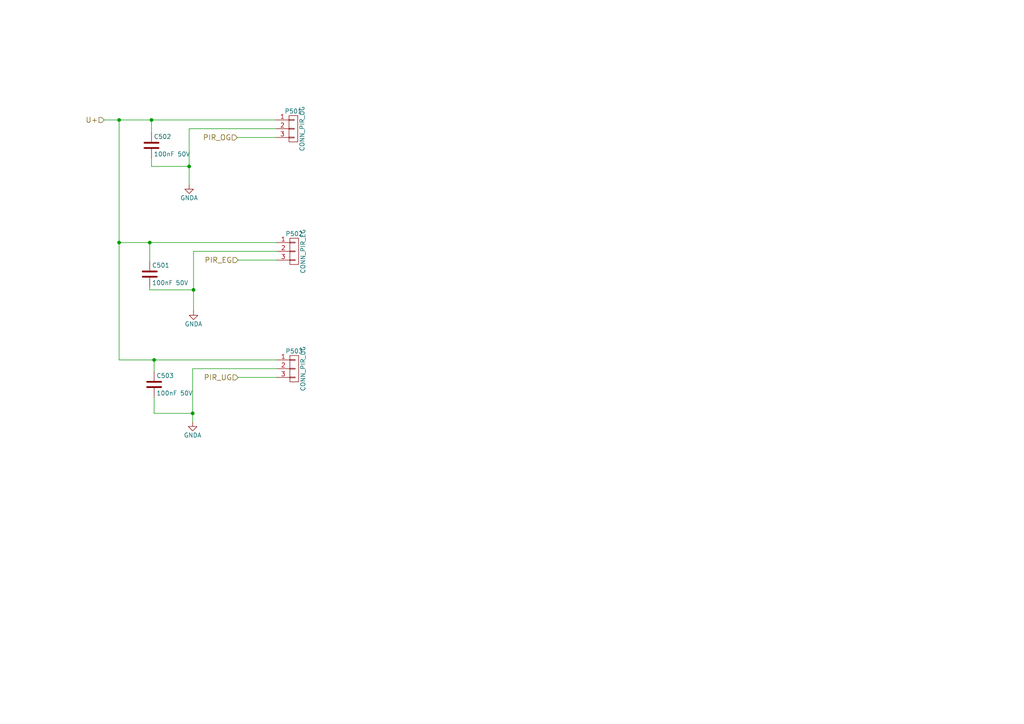
<source format=kicad_sch>
(kicad_sch (version 20230121) (generator eeschema)
  (paper "A4")
  (title_block (date "2017-07-16"))
  (lib_symbols
    (symbol "Device:C" (pin_numbers hide) (pin_names (offset 0.254))
      (property "Reference" "C" (at 0.635 2.54 0))
      (property "Value" "C" (at 0.635 -2.54 0))
      (symbol "C_0_1"
        (polyline (pts (xy -2.032 -0.762) (xy 2.032 -0.762)) (stroke (width 0.508)))
        (polyline (pts (xy -2.032 0.762) (xy 2.032 0.762)) (stroke (width 0.508)))
      )
      (symbol "C_1_1"
        (pin passive line (at 0 3.81 270) (length 2.794) (name "~") (number "1"))
        (pin passive line (at 0 -3.81 90) (length 2.794) (name "~") (number "2"))
      )
    )
    (symbol "power:GNDA" (power) (pin_names (offset 0))
      (property "Value" "GNDA" (at 0 -3.81 0))
      (symbol "GNDA_0_1"
        (polyline (pts (xy 0 0) (xy 0 -1.27) (xy 1.27 -1.27) (xy 0 -2.54) (xy -1.27 -1.27) (xy 0 -1.27)))
      )
      (symbol "GNDA_1_1"
        (pin power_in line (at 0 0 270) (length 0) hide (name "GNDA") (number "1"))
      )
    )
    (symbol "tl2c-rescue:CONN_01X03" (pin_names (offset 1.016) hide)
      (property "Reference" "P" (at 0 5.08 0))
      (property "Value" "CONN_01X03" (at 2.54 0 90))
      (symbol "CONN_01X03_0_1"
        (rectangle (start -1.27 -2.413) (end 0.254 -2.667))
        (rectangle (start -1.27 0.127) (end 0.254 -0.127))
        (rectangle (start -1.27 2.667) (end 0.254 2.413))
        (rectangle (start -1.27 3.81) (end 1.27 -3.81))
      )
      (symbol "CONN_01X03_1_1"
        (pin passive line (at -5.08 2.54 0) (length 3.81) (name "P1") (number "1"))
        (pin passive line (at -5.08 0 0) (length 3.81) (name "P2") (number "2"))
        (pin passive line (at -5.08 -2.54 0) (length 3.81) (name "P3") (number "3"))
      )
    )
  )
  (junction (at 56.134 84.074))
  (junction (at 34.544 34.798))
  (junction (at 34.544 70.358))
  (junction (at 43.942 34.798))
  (junction (at 55.88 119.888))
  (junction (at 54.864 48.26))
  (junction (at 44.704 104.394))
  (junction (at 43.434 70.358))
  (wire (pts (xy 56.134 72.898) (xy 80.264 72.898)))
  (wire (pts (xy 43.942 38.354) (xy 43.942 34.798)))
  (wire (pts (xy 44.704 104.394) (xy 80.264 104.394)))
  (wire (pts (xy 54.864 37.338) (xy 54.864 48.26)))
  (wire (pts (xy 43.942 34.798) (xy 80.01 34.798)))
  (wire (pts (xy 30.226 34.798) (xy 34.544 34.798)))
  (wire (pts (xy 43.942 48.26) (xy 54.864 48.26)))
  (wire (pts (xy 80.264 109.474) (xy 69.088 109.474)))
  (wire (pts (xy 43.942 45.974) (xy 43.942 48.26)))
  (wire (pts (xy 44.704 115.316) (xy 44.704 119.888)))
  (wire (pts (xy 43.434 84.074) (xy 56.134 84.074)))
  (wire (pts (xy 56.134 72.898) (xy 56.134 84.074)))
  (wire (pts (xy 80.264 75.438) (xy 69.088 75.438)))
  (wire (pts (xy 43.434 83.312) (xy 43.434 84.074)))
  (wire (pts (xy 34.544 34.798) (xy 34.544 70.358)))
  (wire (pts (xy 34.544 34.798) (xy 43.942 34.798)))
  (wire (pts (xy 54.864 48.26) (xy 54.864 53.594)))
  (wire (pts (xy 54.864 37.338) (xy 80.01 37.338)))
  (wire (pts (xy 56.134 84.074) (xy 56.134 90.17)))
  (wire (pts (xy 55.88 106.934) (xy 80.264 106.934)))
  (wire (pts (xy 34.544 70.358) (xy 43.434 70.358)))
  (wire (pts (xy 34.544 70.358) (xy 34.544 104.394)))
  (wire (pts (xy 44.704 104.394) (xy 44.704 107.696)))
  (wire (pts (xy 43.434 70.358) (xy 80.264 70.358)))
  (wire (pts (xy 44.704 119.888) (xy 55.88 119.888)))
  (wire (pts (xy 34.544 104.394) (xy 44.704 104.394)))
  (wire (pts (xy 43.434 70.358) (xy 43.434 75.692)))
  (wire (pts (xy 80.01 39.878) (xy 68.834 39.878)))
  (wire (pts (xy 55.88 106.934) (xy 55.88 119.888)))
  (wire (pts (xy 55.88 119.888) (xy 55.88 122.428)))
  (hierarchical_label "PIR_OG" (shape input) (at 68.834 39.878 180) (effects (font (size 1.524 1.524))))
  (hierarchical_label "U+" (shape input) (at 30.226 34.798 180) (effects (font (size 1.524 1.524))))
  (hierarchical_label "PIR_EG" (shape input) (at 69.088 75.438 180) (effects (font (size 1.524 1.524))))
  (hierarchical_label "PIR_UG" (shape input) (at 69.088 109.474 180) (effects (font (size 1.524 1.524))))
  (symbol (lib_id "tl2c-rescue:CONN_01X03") (at 85.09 37.338 0) (unit 1)
    (property "Reference" "P501" (at 85.09 32.258 0))
    (property "Value" "CONN_PIR_OG" (at 87.63 37.338 90))
    (property "Footprint" "tl2c-footprint:PCB_Screw_Terminal_Block_5.8mm_x_3" (effects hide))
  )
  (symbol (lib_id "tl2c-rescue:CONN_01X03") (at 85.344 72.898 0) (unit 1)
    (property "Reference" "P502" (at 85.344 67.818 0))
    (property "Value" "CONN_PIR_EG" (at 87.884 72.898 90))
    (property "Footprint" "tl2c-footprint:PCB_Screw_Terminal_Block_5.8mm_x_3" (effects hide))
  )
  (symbol (lib_id "tl2c-rescue:CONN_01X03") (at 85.344 106.934 0) (unit 1)
    (property "Reference" "P503" (at 85.344 101.854 0))
    (property "Value" "CONN_PIR_UG" (at 87.884 106.934 90))
    (property "Footprint" "tl2c-footprint:PCB_Screw_Terminal_Block_5.8mm_x_3" (effects hide))
  )
  (symbol (lib_id "power:GNDA") (at 54.864 53.594 0) (unit 1)
    (property "Reference" "#PWR032" (effects hide))
    (property "Value" "GNDA" (at 54.864 57.404 0))
  )
  (symbol (lib_id "power:GNDA") (at 56.134 90.17 0) (unit 1)
    (property "Reference" "#PWR033" (effects hide))
    (property "Value" "GNDA" (at 56.134 93.98 0))
  )
  (symbol (lib_id "power:GNDA") (at 55.88 122.428 0) (unit 1)
    (property "Reference" "#PWR034" (effects hide))
    (property "Value" "GNDA" (at 55.88 126.238 0))
  )
  (symbol (lib_id "Device:C") (at 43.942 42.164 0) (unit 1)
    (property "Reference" "C502" (at 44.577 39.624 0) (effects (justify left)))
    (property "Value" "100nF 50V" (at 44.577 44.704 0) (effects (justify left)))
    (property "Footprint" "Capacitors_SMD:C_0805_HandSoldering" (effects hide))
    (property "MPN" "Value" (effects hide))
    (property "ConradPN" "Value" (effects hide))
  )
  (symbol (lib_id "Device:C") (at 43.434 79.502 0) (unit 1)
    (property "Reference" "C501" (at 44.069 76.962 0) (effects (justify left)))
    (property "Value" "100nF 50V" (at 44.069 82.042 0) (effects (justify left)))
    (property "Footprint" "Capacitors_SMD:C_0805_HandSoldering" (effects hide))
    (property "MPN" "Value" (effects hide))
    (property "ConradPN" "Value" (effects hide))
    (property "Label" "Value" (effects hide))
  )
  (symbol (lib_id "Device:C") (at 44.704 111.506 0) (unit 1)
    (property "Reference" "C503" (at 45.339 108.966 0) (effects (justify left)))
    (property "Value" "100nF 50V" (at 45.339 114.046 0) (effects (justify left)))
    (property "Footprint" "Capacitors_SMD:C_0805_HandSoldering" (effects hide))
    (property "MPN" "Value" (effects hide))
    (property "ConradPN" "Value" (effects hide))
    (property "Label" "Value" (effects hide))
  )
)
</source>
